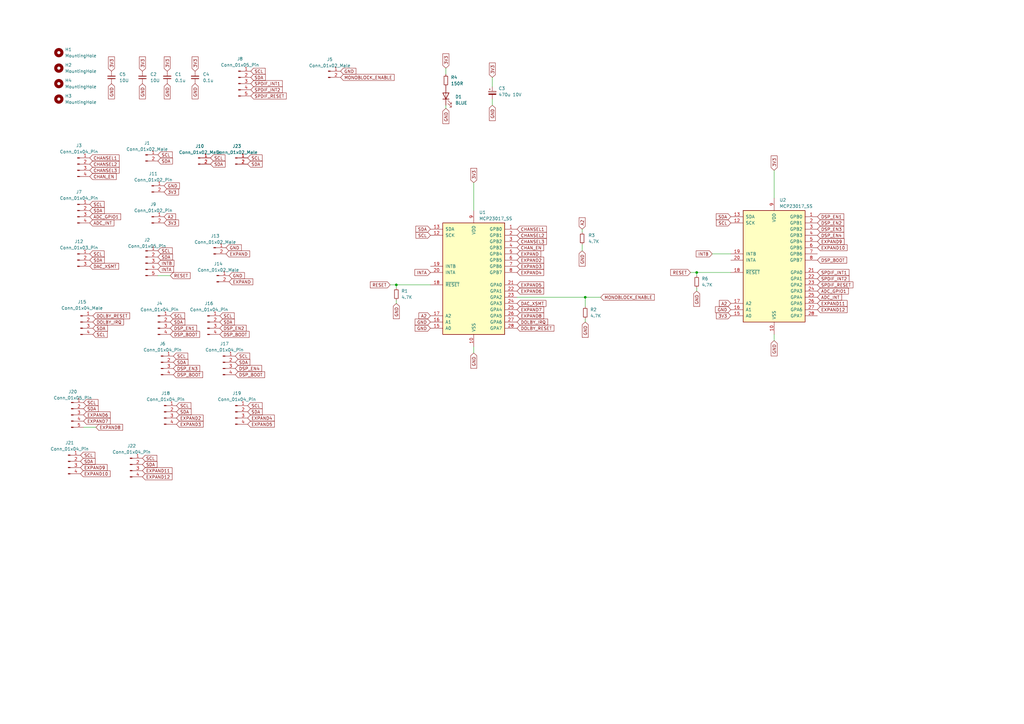
<source format=kicad_sch>
(kicad_sch (version 20231120) (generator "eeschema") (generator_version "8.0")
  (paper "A3")
  (lib_symbols
    (symbol "Connector:Conn_01x02_Male" (pin_names (offset 1.016) hide)
      (property "Reference" "J" (at 0 2.54 0))
      (property "Value" "Conn_01x02_Male" (at 0 -5.08 0))
      (symbol "Conn_01x02_Male_1_1"
        (polyline (pts (xy 1.27 -2.54) (xy 0.8636 -2.54)) (stroke (width 0.1524)))
        (polyline (pts (xy 1.27 0) (xy 0.8636 0)) (stroke (width 0.1524)))
        (rectangle (start 0.8636 -2.413) (end 0 -2.667) (stroke (width 0.1524)) (fill (type outline)))
        (rectangle (start 0.8636 0.127) (end 0 -0.127) (stroke (width 0.1524)) (fill (type outline)))
        (pin passive line (at 5.08 0 180) (length 3.81) (name "Pin_1") (number "1"))
        (pin passive line (at 5.08 -2.54 180) (length 3.81) (name "Pin_2") (number "2"))
      )
    )
    (symbol "Connector:Conn_01x02_Pin" (pin_names (offset 1.016) hide)
      (property "Reference" "J" (at 0 2.54 0))
      (property "Value" "Conn_01x02_Pin" (at 0 -5.08 0))
      (symbol "Conn_01x02_Pin_1_1"
        (polyline (pts (xy 1.27 -2.54) (xy 0.8636 -2.54)) (stroke (width 0.1524)))
        (polyline (pts (xy 1.27 0) (xy 0.8636 0)) (stroke (width 0.1524)))
        (rectangle (start 0.8636 -2.413) (end 0 -2.667) (stroke (width 0.1524)) (fill (type outline)))
        (rectangle (start 0.8636 0.127) (end 0 -0.127) (stroke (width 0.1524)) (fill (type outline)))
        (pin passive line (at 5.08 0 180) (length 3.81) (name "Pin_1") (number "1"))
        (pin passive line (at 5.08 -2.54 180) (length 3.81) (name "Pin_2") (number "2"))
      )
    )
    (symbol "Connector:Conn_01x03_Pin" (pin_names (offset 1.016) hide)
      (property "Reference" "J" (at 0 5.08 0))
      (property "Value" "Conn_01x03_Pin" (at 0 -5.08 0))
      (symbol "Conn_01x03_Pin_1_1"
        (polyline (pts (xy 1.27 -2.54) (xy 0.8636 -2.54)) (stroke (width 0.1524)))
        (polyline (pts (xy 1.27 0) (xy 0.8636 0)) (stroke (width 0.1524)))
        (polyline (pts (xy 1.27 2.54) (xy 0.8636 2.54)) (stroke (width 0.1524)))
        (rectangle (start 0.8636 -2.413) (end 0 -2.667) (stroke (width 0.1524)) (fill (type outline)))
        (rectangle (start 0.8636 0.127) (end 0 -0.127) (stroke (width 0.1524)) (fill (type outline)))
        (rectangle (start 0.8636 2.667) (end 0 2.413) (stroke (width 0.1524)) (fill (type outline)))
        (pin passive line (at 5.08 2.54 180) (length 3.81) (name "Pin_1") (number "1"))
        (pin passive line (at 5.08 0 180) (length 3.81) (name "Pin_2") (number "2"))
        (pin passive line (at 5.08 -2.54 180) (length 3.81) (name "Pin_3") (number "3"))
      )
    )
    (symbol "Connector:Conn_01x04_Male" (pin_names (offset 1.016) hide)
      (property "Reference" "J" (at 0 5.08 0))
      (property "Value" "Conn_01x04_Male" (at 0 -7.62 0))
      (symbol "Conn_01x04_Male_1_1"
        (polyline (pts (xy 1.27 -5.08) (xy 0.8636 -5.08)) (stroke (width 0.1524)))
        (polyline (pts (xy 1.27 -2.54) (xy 0.8636 -2.54)) (stroke (width 0.1524)))
        (polyline (pts (xy 1.27 0) (xy 0.8636 0)) (stroke (width 0.1524)))
        (polyline (pts (xy 1.27 2.54) (xy 0.8636 2.54)) (stroke (width 0.1524)))
        (rectangle (start 0.8636 -4.953) (end 0 -5.207) (stroke (width 0.1524)) (fill (type outline)))
        (rectangle (start 0.8636 -2.413) (end 0 -2.667) (stroke (width 0.1524)) (fill (type outline)))
        (rectangle (start 0.8636 0.127) (end 0 -0.127) (stroke (width 0.1524)) (fill (type outline)))
        (rectangle (start 0.8636 2.667) (end 0 2.413) (stroke (width 0.1524)) (fill (type outline)))
        (pin passive line (at 5.08 2.54 180) (length 3.81) (name "Pin_1") (number "1"))
        (pin passive line (at 5.08 0 180) (length 3.81) (name "Pin_2") (number "2"))
        (pin passive line (at 5.08 -2.54 180) (length 3.81) (name "Pin_3") (number "3"))
        (pin passive line (at 5.08 -5.08 180) (length 3.81) (name "Pin_4") (number "4"))
      )
    )
    (symbol "Connector:Conn_01x04_Pin" (pin_names (offset 1.016) hide)
      (property "Reference" "J" (at 0 5.08 0))
      (property "Value" "Conn_01x04_Pin" (at 0 -7.62 0))
      (symbol "Conn_01x04_Pin_1_1"
        (polyline (pts (xy 1.27 -5.08) (xy 0.8636 -5.08)) (stroke (width 0.1524)))
        (polyline (pts (xy 1.27 -2.54) (xy 0.8636 -2.54)) (stroke (width 0.1524)))
        (polyline (pts (xy 1.27 0) (xy 0.8636 0)) (stroke (width 0.1524)))
        (polyline (pts (xy 1.27 2.54) (xy 0.8636 2.54)) (stroke (width 0.1524)))
        (rectangle (start 0.8636 -4.953) (end 0 -5.207) (stroke (width 0.1524)) (fill (type outline)))
        (rectangle (start 0.8636 -2.413) (end 0 -2.667) (stroke (width 0.1524)) (fill (type outline)))
        (rectangle (start 0.8636 0.127) (end 0 -0.127) (stroke (width 0.1524)) (fill (type outline)))
        (rectangle (start 0.8636 2.667) (end 0 2.413) (stroke (width 0.1524)) (fill (type outline)))
        (pin passive line (at 5.08 2.54 180) (length 3.81) (name "Pin_1") (number "1"))
        (pin passive line (at 5.08 0 180) (length 3.81) (name "Pin_2") (number "2"))
        (pin passive line (at 5.08 -2.54 180) (length 3.81) (name "Pin_3") (number "3"))
        (pin passive line (at 5.08 -5.08 180) (length 3.81) (name "Pin_4") (number "4"))
      )
    )
    (symbol "Connector:Conn_01x05_Pin" (pin_names (offset 1.016) hide)
      (property "Reference" "J" (at 0 7.62 0))
      (property "Value" "Conn_01x05_Pin" (at 0 -7.62 0))
      (symbol "Conn_01x05_Pin_1_1"
        (polyline (pts (xy 1.27 -5.08) (xy 0.8636 -5.08)) (stroke (width 0.1524)))
        (polyline (pts (xy 1.27 -2.54) (xy 0.8636 -2.54)) (stroke (width 0.1524)))
        (polyline (pts (xy 1.27 0) (xy 0.8636 0)) (stroke (width 0.1524)))
        (polyline (pts (xy 1.27 2.54) (xy 0.8636 2.54)) (stroke (width 0.1524)))
        (polyline (pts (xy 1.27 5.08) (xy 0.8636 5.08)) (stroke (width 0.1524)))
        (rectangle (start 0.8636 -4.953) (end 0 -5.207) (stroke (width 0.1524)) (fill (type outline)))
        (rectangle (start 0.8636 -2.413) (end 0 -2.667) (stroke (width 0.1524)) (fill (type outline)))
        (rectangle (start 0.8636 0.127) (end 0 -0.127) (stroke (width 0.1524)) (fill (type outline)))
        (rectangle (start 0.8636 2.667) (end 0 2.413) (stroke (width 0.1524)) (fill (type outline)))
        (rectangle (start 0.8636 5.207) (end 0 4.953) (stroke (width 0.1524)) (fill (type outline)))
        (pin passive line (at 5.08 5.08 180) (length 3.81) (name "Pin_1") (number "1"))
        (pin passive line (at 5.08 2.54 180) (length 3.81) (name "Pin_2") (number "2"))
        (pin passive line (at 5.08 0 180) (length 3.81) (name "Pin_3") (number "3"))
        (pin passive line (at 5.08 -2.54 180) (length 3.81) (name "Pin_4") (number "4"))
        (pin passive line (at 5.08 -5.08 180) (length 3.81) (name "Pin_5") (number "5"))
      )
    )
    (symbol "Device:C_Polarized_Small" (pin_numbers hide) (pin_names (offset 0.254) hide)
      (property "Reference" "C" (at 0.254 1.778 0))
      (property "Value" "C_Polarized_Small" (at 0.254 -2.032 0))
      (symbol "C_Polarized_Small_0_1"
        (rectangle (start -1.524 -0.3048) (end 1.524 -0.6858) (fill (type outline)))
        (rectangle (start -1.524 0.6858) (end 1.524 0.3048))
        (polyline (pts (xy -1.27 1.524) (xy -0.762 1.524)))
        (polyline (pts (xy -1.016 1.27) (xy -1.016 1.778)))
      )
      (symbol "C_Polarized_Small_1_1"
        (pin passive line (at 0 2.54 270) (length 1.8542) (name "~") (number "1"))
        (pin passive line (at 0 -2.54 90) (length 1.8542) (name "~") (number "2"))
      )
    )
    (symbol "Device:C_Small" (pin_numbers hide) (pin_names (offset 0.254) hide)
      (property "Reference" "C" (at 0.254 1.778 0))
      (property "Value" "C_Small" (at 0.254 -2.032 0))
      (symbol "C_Small_0_1"
        (polyline (pts (xy -1.524 -0.508) (xy 1.524 -0.508)) (stroke (width 0.3302)))
        (polyline (pts (xy -1.524 0.508) (xy 1.524 0.508)) (stroke (width 0.3048)))
      )
      (symbol "C_Small_1_1"
        (pin passive line (at 0 2.54 270) (length 2.032) (name "~") (number "1"))
        (pin passive line (at 0 -2.54 90) (length 2.032) (name "~") (number "2"))
      )
    )
    (symbol "Device:LED" (pin_numbers hide) (pin_names (offset 1.016) hide)
      (property "Reference" "D" (at 0 2.54 0))
      (property "Value" "LED" (at 0 -2.54 0))
      (symbol "LED_0_1"
        (polyline (pts (xy -1.27 -1.27) (xy -1.27 1.27)) (stroke (width 0.254)))
        (polyline (pts (xy -1.27 0) (xy 1.27 0)))
        (polyline (pts (xy 1.27 -1.27) (xy 1.27 1.27) (xy -1.27 0) (xy 1.27 -1.27)) (stroke (width 0.254)))
        (polyline (pts (xy -3.048 -0.762) (xy -4.572 -2.286) (xy -3.81 -2.286) (xy -4.572 -2.286) (xy -4.572 -1.524)))
        (polyline (pts (xy -1.778 -0.762) (xy -3.302 -2.286) (xy -2.54 -2.286) (xy -3.302 -2.286) (xy -3.302 -1.524)))
      )
      (symbol "LED_1_1"
        (pin passive line (at -3.81 0 0) (length 2.54) (name "K") (number "1"))
        (pin passive line (at 3.81 0 180) (length 2.54) (name "A") (number "2"))
      )
    )
    (symbol "Device:R_Small" (pin_numbers hide) (pin_names (offset 0.254) hide)
      (property "Reference" "R" (at 0.762 0.508 0))
      (property "Value" "R_Small" (at 0.762 -1.016 0))
      (symbol "R_Small_0_1"
        (rectangle (start -0.762 1.778) (end 0.762 -1.778) (stroke (width 0.2032)))
      )
      (symbol "R_Small_1_1"
        (pin passive line (at 0 2.54 270) (length 0.762) (name "~") (number "1"))
        (pin passive line (at 0 -2.54 90) (length 0.762) (name "~") (number "2"))
      )
    )
    (symbol "Interface_Expansion:MCP23017_SS" (pin_names (offset 1.016))
      (property "Reference" "U" (at -11.43 24.13 0))
      (property "Value" "MCP23017_SS" (at 0 0 0))
      (symbol "MCP23017_SS_0_1"
        (rectangle (start -12.7 22.86) (end 12.7 -22.86) (stroke (width 0.254)) (fill (type background)))
      )
      (symbol "MCP23017_SS_1_1"
        (pin bidirectional line (at 17.78 20.32 180) (length 5.08) (name "GPB0") (number "1"))
        (pin power_in line (at 0 -27.94 90) (length 5.08) (name "VSS") (number "10"))
        (pin no_connect line (at -12.7 15.24 0) (length 5.08) hide (name "NC") (number "11"))
        (pin input line (at -17.78 17.78 0) (length 5.08) (name "SCK") (number "12"))
        (pin bidirectional line (at -17.78 20.32 0) (length 5.08) (name "SDA") (number "13"))
        (pin no_connect line (at -12.7 12.7 0) (length 5.08) hide (name "NC") (number "14"))
        (pin input line (at -17.78 -20.32 0) (length 5.08) (name "A0") (number "15"))
        (pin input line (at -17.78 -17.78 0) (length 5.08) (name "A1") (number "16"))
        (pin input line (at -17.78 -15.24 0) (length 5.08) (name "A2") (number "17"))
        (pin input line (at -17.78 -2.54 0) (length 5.08) (name "~{RESET}") (number "18"))
        (pin tri_state line (at -17.78 5.08 0) (length 5.08) (name "INTB") (number "19"))
        (pin bidirectional line (at 17.78 17.78 180) (length 5.08) (name "GPB1") (number "2"))
        (pin tri_state line (at -17.78 2.54 0) (length 5.08) (name "INTA") (number "20"))
        (pin bidirectional line (at 17.78 -2.54 180) (length 5.08) (name "GPA0") (number "21"))
        (pin bidirectional line (at 17.78 -5.08 180) (length 5.08) (name "GPA1") (number "22"))
        (pin bidirectional line (at 17.78 -7.62 180) (length 5.08) (name "GPA2") (number "23"))
        (pin bidirectional line (at 17.78 -10.16 180) (length 5.08) (name "GPA3") (number "24"))
        (pin bidirectional line (at 17.78 -12.7 180) (length 5.08) (name "GPA4") (number "25"))
        (pin bidirectional line (at 17.78 -15.24 180) (length 5.08) (name "GPA5") (number "26"))
        (pin bidirectional line (at 17.78 -17.78 180) (length 5.08) (name "GPA6") (number "27"))
        (pin bidirectional line (at 17.78 -20.32 180) (length 5.08) (name "GPA7") (number "28"))
        (pin bidirectional line (at 17.78 15.24 180) (length 5.08) (name "GPB2") (number "3"))
        (pin bidirectional line (at 17.78 12.7 180) (length 5.08) (name "GPB3") (number "4"))
        (pin bidirectional line (at 17.78 10.16 180) (length 5.08) (name "GPB4") (number "5"))
        (pin bidirectional line (at 17.78 7.62 180) (length 5.08) (name "GPB5") (number "6"))
        (pin bidirectional line (at 17.78 5.08 180) (length 5.08) (name "GPB6") (number "7"))
        (pin bidirectional line (at 17.78 2.54 180) (length 5.08) (name "GPB7") (number "8"))
        (pin power_in line (at 0 27.94 270) (length 5.08) (name "VDD") (number "9"))
      )
    )
    (symbol "Mechanical:MountingHole" (pin_names (offset 1.016))
      (property "Reference" "H" (at 0 5.08 0))
      (property "Value" "MountingHole" (at 0 3.175 0))
      (symbol "MountingHole_0_1"
        (circle (center 0 0) (radius 1.27) (stroke (width 1.27)))
      )
    )
  )
  (junction (at 285.75 111.76))
  (junction (at 240.03 121.92))
  (junction (at 162.56 116.84))
  (wire (pts (xy 194.31 144.78) (xy 194.31 142.24)))
  (wire (pts (xy 238.76 100.33) (xy 238.76 102.87)))
  (wire (pts (xy 283.21 111.76) (xy 285.75 111.76)))
  (wire (pts (xy 212.09 121.92) (xy 240.03 121.92)))
  (wire (pts (xy 285.75 113.03) (xy 285.75 111.76)))
  (wire (pts (xy 317.5 139.7) (xy 317.5 137.16)))
  (wire (pts (xy 64.77 113.03) (xy 69.85 113.03)))
  (wire (pts (xy 201.93 43.18) (xy 201.93 40.64)))
  (wire (pts (xy 162.56 116.84) (xy 176.53 116.84)))
  (wire (pts (xy 34.29 175.26) (xy 39.37 175.26)))
  (wire (pts (xy 285.75 119.38) (xy 285.75 118.11)))
  (wire (pts (xy 292.1 104.14) (xy 299.72 104.14)))
  (wire (pts (xy 162.56 124.46) (xy 162.56 123.19)))
  (wire (pts (xy 182.88 44.45) (xy 182.88 43.18)))
  (wire (pts (xy 240.03 125.73) (xy 240.03 121.92)))
  (wire (pts (xy 238.76 93.98) (xy 238.76 95.25)))
  (wire (pts (xy 162.56 118.11) (xy 162.56 116.84)))
  (wire (pts (xy 285.75 111.76) (xy 299.72 111.76)))
  (wire (pts (xy 201.93 31.75) (xy 201.93 35.56)))
  (wire (pts (xy 160.02 116.84) (xy 162.56 116.84)))
  (wire (pts (xy 194.31 74.93) (xy 194.31 86.36)))
  (wire (pts (xy 240.03 132.08) (xy 240.03 130.81)))
  (wire (pts (xy 317.5 69.85) (xy 317.5 81.28)))
  (wire (pts (xy 240.03 121.92) (xy 246.38 121.92)))
  (wire (pts (xy 182.88 27.94) (xy 182.88 30.48)))
  (global_label "EXPAND" (shape input) (at 93.98 115.57 0) (property "Intersheetrefs" "${INTERSHEET_REFS}" (effects (hide yes))))
  (global_label "EXPAND" (shape input) (at 92.71 104.14 0) (property "Intersheetrefs" "${INTERSHEET_REFS}" (effects (hide yes))))
  (global_label "GND" (shape input) (at 58.42 34.29 270) (property "Intersheetrefs" "${INTERSHEET_REFS}" (effects (hide yes))))
  (global_label "SDA" (shape input) (at 58.42 190.5 0) (property "Intersheetrefs" "${INTERSHEET_REFS}" (effects (hide yes))))
  (global_label "INTB" (shape input) (at 292.1 104.14 180) (property "Intersheetrefs" "${INTERSHEET_REFS}" (effects (hide yes))))
  (global_label "3V3" (shape input) (at 182.88 27.94 90) (property "Intersheetrefs" "${INTERSHEET_REFS}" (effects (hide yes))))
  (global_label "SDA" (shape input) (at 34.29 167.64 0) (property "Intersheetrefs" "${INTERSHEET_REFS}" (effects (hide yes))))
  (global_label "RESET" (shape input) (at 69.85 113.03 0) (property "Intersheetrefs" "${INTERSHEET_REFS}" (effects (hide yes))))
  (global_label "A2" (shape input) (at 299.72 124.46 180) (property "Intersheetrefs" "${INTERSHEET_REFS}" (effects (hide yes))))
  (global_label "SPDIF_RESET" (shape input) (at 102.87 39.37 0) (property "Intersheetrefs" "${INTERSHEET_REFS}" (effects (hide yes))))
  (global_label "SCL" (shape input) (at 33.02 186.69 0) (property "Intersheetrefs" "${INTERSHEET_REFS}" (effects (hide yes))))
  (global_label "DSP_EN3" (shape input) (at 71.12 151.13 0) (property "Intersheetrefs" "${INTERSHEET_REFS}" (effects (hide yes))))
  (global_label "DSP_EN3" (shape input) (at 335.28 93.98 0) (property "Intersheetrefs" "${INTERSHEET_REFS}" (effects (hide yes))))
  (global_label "EXPAND9" (shape input) (at 33.02 191.77 0) (property "Intersheetrefs" "${INTERSHEET_REFS}" (effects (hide yes))))
  (global_label "SCL" (shape input) (at 102.87 29.21 0) (property "Intersheetrefs" "${INTERSHEET_REFS}" (effects (hide yes))))
  (global_label "GND" (shape input) (at 176.53 134.62 180) (property "Intersheetrefs" "${INTERSHEET_REFS}" (effects (hide yes))))
  (global_label "MONOBLOCK_ENABLE" (shape input) (at 139.7 31.75 0) (property "Intersheetrefs" "${INTERSHEET_REFS}" (effects (hide yes))))
  (global_label "DSP_EN1" (shape input) (at 69.85 134.62 0) (property "Intersheetrefs" "${INTERSHEET_REFS}" (effects (hide yes))))
  (global_label "SDA" (shape input) (at 96.52 148.59 0) (property "Intersheetrefs" "${INTERSHEET_REFS}" (effects (hide yes))))
  (global_label "SDA" (shape input) (at 36.83 106.68 0) (property "Intersheetrefs" "${INTERSHEET_REFS}" (effects (hide yes))))
  (global_label "DOLBY_IRQ" (shape input) (at 38.1 132.08 0) (property "Intersheetrefs" "${INTERSHEET_REFS}" (effects (hide yes))))
  (global_label "EXPAND8" (shape input) (at 39.37 175.26 0) (property "Intersheetrefs" "${INTERSHEET_REFS}" (effects (hide yes))))
  (global_label "SPDIF_INT1" (shape input) (at 335.28 111.76 0) (property "Intersheetrefs" "${INTERSHEET_REFS}" (effects (hide yes))))
  (global_label "EXPAND3" (shape input) (at 72.39 173.99 0) (property "Intersheetrefs" "${INTERSHEET_REFS}" (effects (hide yes))))
  (global_label "EXPAND9" (shape input) (at 335.28 99.06 0) (property "Intersheetrefs" "${INTERSHEET_REFS}" (effects (hide yes))))
  (global_label "ADC_GPIO1" (shape input) (at 36.83 88.9 0) (property "Intersheetrefs" "${INTERSHEET_REFS}" (effects (hide yes))))
  (global_label "SDA" (shape input) (at 71.12 148.59 0) (property "Intersheetrefs" "${INTERSHEET_REFS}" (effects (hide yes))))
  (global_label "EXPAND10" (shape input) (at 335.28 101.6 0) (property "Intersheetrefs" "${INTERSHEET_REFS}" (effects (hide yes))))
  (global_label "A2" (shape input) (at 176.53 129.54 180) (property "Intersheetrefs" "${INTERSHEET_REFS}" (effects (hide yes))))
  (global_label "CHANSEL1" (shape input) (at 36.83 64.77 0) (property "Intersheetrefs" "${INTERSHEET_REFS}" (effects (hide yes))))
  (global_label "SCL" (shape input) (at 72.39 166.37 0) (property "Intersheetrefs" "${INTERSHEET_REFS}" (effects (hide yes))))
  (global_label "GND" (shape input) (at 162.56 124.46 270) (property "Intersheetrefs" "${INTERSHEET_REFS}" (effects (hide yes))))
  (global_label "CHANSEL2" (shape input) (at 36.83 67.31 0) (property "Intersheetrefs" "${INTERSHEET_REFS}" (effects (hide yes))))
  (global_label "MONOBLOCK_ENABLE" (shape input) (at 246.38 121.92 0) (property "Intersheetrefs" "${INTERSHEET_REFS}" (effects (hide yes))))
  (global_label "SDA" (shape input) (at 102.87 31.75 0) (property "Intersheetrefs" "${INTERSHEET_REFS}" (effects (hide yes))))
  (global_label "GND" (shape input) (at 67.31 76.2 0) (property "Intersheetrefs" "${INTERSHEET_REFS}" (effects (hide yes))))
  (global_label "GND" (shape input) (at 45.72 34.29 270) (property "Intersheetrefs" "${INTERSHEET_REFS}" (effects (hide yes))))
  (global_label "3V3" (shape input) (at 80.01 29.21 90) (property "Intersheetrefs" "${INTERSHEET_REFS}" (effects (hide yes))))
  (global_label "DSP_EN2" (shape input) (at 90.17 134.62 0) (property "Intersheetrefs" "${INTERSHEET_REFS}" (effects (hide yes))))
  (global_label "SCL" (shape input) (at 64.77 63.5 0) (property "Intersheetrefs" "${INTERSHEET_REFS}" (effects (hide yes))))
  (global_label "GND" (shape input) (at 201.93 43.18 270) (property "Intersheetrefs" "${INTERSHEET_REFS}" (effects (hide yes))))
  (global_label "GND" (shape input) (at 194.31 144.78 270) (property "Intersheetrefs" "${INTERSHEET_REFS}" (effects (hide yes))))
  (global_label "ADC_GPIO1" (shape input) (at 335.28 119.38 0) (property "Intersheetrefs" "${INTERSHEET_REFS}" (effects (hide yes))))
  (global_label "EXPAND4" (shape input) (at 212.09 111.76 0) (property "Intersheetrefs" "${INTERSHEET_REFS}" (effects (hide yes))))
  (global_label "DSP_EN1" (shape input) (at 335.28 88.9 0) (property "Intersheetrefs" "${INTERSHEET_REFS}" (effects (hide yes))))
  (global_label "GND" (shape input) (at 240.03 132.08 270) (property "Intersheetrefs" "${INTERSHEET_REFS}" (effects (hide yes))))
  (global_label "GND" (shape input) (at 80.01 34.29 270) (property "Intersheetrefs" "${INTERSHEET_REFS}" (effects (hide yes))))
  (global_label "SDA" (shape input) (at 299.72 88.9 180) (property "Intersheetrefs" "${INTERSHEET_REFS}" (effects (hide yes))))
  (global_label "INTA" (shape input) (at 176.53 111.76 180) (property "Intersheetrefs" "${INTERSHEET_REFS}" (effects (hide yes))))
  (global_label "SCL" (shape input) (at 58.42 187.96 0) (property "Intersheetrefs" "${INTERSHEET_REFS}" (effects (hide yes))))
  (global_label "GND" (shape input) (at 238.76 102.87 270) (property "Intersheetrefs" "${INTERSHEET_REFS}" (effects (hide yes))))
  (global_label "SDA" (shape input) (at 176.53 93.98 180) (property "Intersheetrefs" "${INTERSHEET_REFS}" (effects (hide yes))))
  (global_label "SDA" (shape input) (at 72.39 168.91 0) (property "Intersheetrefs" "${INTERSHEET_REFS}" (effects (hide yes))))
  (global_label "3V3" (shape input) (at 194.31 74.93 90) (property "Intersheetrefs" "${INTERSHEET_REFS}" (effects (hide yes))))
  (global_label "CHANSEL2" (shape input) (at 212.09 96.52 0) (property "Intersheetrefs" "${INTERSHEET_REFS}" (effects (hide yes))))
  (global_label "EXPAND2" (shape input) (at 72.39 171.45 0) (property "Intersheetrefs" "${INTERSHEET_REFS}" (effects (hide yes))))
  (global_label "EXPAND3" (shape input) (at 212.09 109.22 0) (property "Intersheetrefs" "${INTERSHEET_REFS}" (effects (hide yes))))
  (global_label "SPDIF_INT1" (shape input) (at 102.87 34.29 0) (property "Intersheetrefs" "${INTERSHEET_REFS}" (effects (hide yes))))
  (global_label "GND" (shape input) (at 139.7 29.21 0) (property "Intersheetrefs" "${INTERSHEET_REFS}" (effects (hide yes))))
  (global_label "ADC_INT" (shape input) (at 36.83 91.44 0) (property "Intersheetrefs" "${INTERSHEET_REFS}" (effects (hide yes))))
  (global_label "3V3" (shape input) (at 299.72 129.54 180) (property "Intersheetrefs" "${INTERSHEET_REFS}" (effects (hide yes))))
  (global_label "EXPAND11" (shape input) (at 58.42 193.04 0) (property "Intersheetrefs" "${INTERSHEET_REFS}" (effects (hide yes))))
  (global_label "EXPAND6" (shape input) (at 34.29 170.18 0) (property "Intersheetrefs" "${INTERSHEET_REFS}" (effects (hide yes))))
  (global_label "RESET" (shape input) (at 283.21 111.76 180) (property "Intersheetrefs" "${INTERSHEET_REFS}" (effects (hide yes))))
  (global_label "DSP_EN4" (shape input) (at 96.52 151.13 0) (property "Intersheetrefs" "${INTERSHEET_REFS}" (effects (hide yes))))
  (global_label "SDA" (shape input) (at 33.02 189.23 0) (property "Intersheetrefs" "${INTERSHEET_REFS}" (effects (hide yes))))
  (global_label "SDA" (shape input) (at 38.1 134.62 0) (property "Intersheetrefs" "${INTERSHEET_REFS}" (effects (hide yes))))
  (global_label "SDA" (shape input) (at 86.36 67.31 0) (property "Intersheetrefs" "${INTERSHEET_REFS}" (effects (hide yes))))
  (global_label "SCL" (shape input) (at 38.1 137.16 0) (property "Intersheetrefs" "${INTERSHEET_REFS}" (effects (hide yes))))
  (global_label "GND" (shape input) (at 299.72 127 180) (property "Intersheetrefs" "${INTERSHEET_REFS}" (effects (hide yes))))
  (global_label "DAC_XSMT" (shape input) (at 36.83 109.22 0) (property "Intersheetrefs" "${INTERSHEET_REFS}" (effects (hide yes))))
  (global_label "DSP_BOOT" (shape input) (at 96.52 153.67 0) (property "Intersheetrefs" "${INTERSHEET_REFS}" (effects (hide yes))))
  (global_label "EXPAND12" (shape input) (at 335.28 127 0) (property "Intersheetrefs" "${INTERSHEET_REFS}" (effects (hide yes))))
  (global_label "3V3" (shape input) (at 58.42 29.21 90) (property "Intersheetrefs" "${INTERSHEET_REFS}" (effects (hide yes))))
  (global_label "GND" (shape input) (at 92.71 101.6 0) (property "Intersheetrefs" "${INTERSHEET_REFS}" (effects (hide yes))))
  (global_label "EXPAND10" (shape input) (at 33.02 194.31 0) (property "Intersheetrefs" "${INTERSHEET_REFS}" (effects (hide yes))))
  (global_label "EXPAND2" (shape input) (at 212.09 106.68 0) (property "Intersheetrefs" "${INTERSHEET_REFS}" (effects (hide yes))))
  (global_label "SDA" (shape input) (at 101.6 67.31 0) (property "Intersheetrefs" "${INTERSHEET_REFS}" (effects (hide yes))))
  (global_label "EXPAND12" (shape input) (at 58.42 195.58 0) (property "Intersheetrefs" "${INTERSHEET_REFS}" (effects (hide yes))))
  (global_label "SCL" (shape input) (at 36.83 104.14 0) (property "Intersheetrefs" "${INTERSHEET_REFS}" (effects (hide yes))))
  (global_label "SDA" (shape input) (at 64.77 105.41 0) (property "Intersheetrefs" "${INTERSHEET_REFS}" (effects (hide yes))))
  (global_label "SCL" (shape input) (at 176.53 96.52 180) (property "Intersheetrefs" "${INTERSHEET_REFS}" (effects (hide yes))))
  (global_label "EXPAND5" (shape input) (at 101.6 173.99 0) (property "Intersheetrefs" "${INTERSHEET_REFS}" (effects (hide yes))))
  (global_label "SCL" (shape input) (at 86.36 64.77 0) (property "Intersheetrefs" "${INTERSHEET_REFS}" (effects (hide yes))))
  (global_label "3V3" (shape input) (at 67.31 78.74 0) (property "Intersheetrefs" "${INTERSHEET_REFS}" (effects (hide yes))))
  (global_label "SCL" (shape input) (at 69.85 129.54 0) (property "Intersheetrefs" "${INTERSHEET_REFS}" (effects (hide yes))))
  (global_label "SCL" (shape input) (at 71.12 146.05 0) (property "Intersheetrefs" "${INTERSHEET_REFS}" (effects (hide yes))))
  (global_label "A2" (shape input) (at 238.76 93.98 90) (property "Intersheetrefs" "${INTERSHEET_REFS}" (effects (hide yes))))
  (global_label "3V3" (shape input) (at 317.5 69.85 90) (property "Intersheetrefs" "${INTERSHEET_REFS}" (effects (hide yes))))
  (global_label "GND" (shape input) (at 285.75 119.38 270) (property "Intersheetrefs" "${INTERSHEET_REFS}" (effects (hide yes))))
  (global_label "SPDIF_INT2" (shape input) (at 102.87 36.83 0) (property "Intersheetrefs" "${INTERSHEET_REFS}" (effects (hide yes))))
  (global_label "DAC_XSMT" (shape input) (at 212.09 124.46 0) (property "Intersheetrefs" "${INTERSHEET_REFS}" (effects (hide yes))))
  (global_label "3V3" (shape input) (at 45.72 29.21 90) (property "Intersheetrefs" "${INTERSHEET_REFS}" (effects (hide yes))))
  (global_label "SCL" (shape input) (at 90.17 129.54 0) (property "Intersheetrefs" "${INTERSHEET_REFS}" (effects (hide yes))))
  (global_label "SCL" (shape input) (at 101.6 64.77 0) (property "Intersheetrefs" "${INTERSHEET_REFS}" (effects (hide yes))))
  (global_label "DSP_EN2" (shape input) (at 335.28 91.44 0) (property "Intersheetrefs" "${INTERSHEET_REFS}" (effects (hide yes))))
  (global_label "ADC_INT" (shape input) (at 335.28 121.92 0) (property "Intersheetrefs" "${INTERSHEET_REFS}" (effects (hide yes))))
  (global_label "GND" (shape input) (at 68.58 34.29 270) (property "Intersheetrefs" "${INTERSHEET_REFS}" (effects (hide yes))))
  (global_label "DSP_BOOT" (shape input) (at 71.12 153.67 0) (property "Intersheetrefs" "${INTERSHEET_REFS}" (effects (hide yes))))
  (global_label "GND" (shape input) (at 317.5 139.7 270) (property "Intersheetrefs" "${INTERSHEET_REFS}" (effects (hide yes))))
  (global_label "SDA" (shape input) (at 36.83 86.36 0) (property "Intersheetrefs" "${INTERSHEET_REFS}" (effects (hide yes))))
  (global_label "3V3" (shape input) (at 67.31 91.44 0) (property "Intersheetrefs" "${INTERSHEET_REFS}" (effects (hide yes))))
  (global_label "SDA" (shape input) (at 101.6 168.91 0) (property "Intersheetrefs" "${INTERSHEET_REFS}" (effects (hide yes))))
  (global_label "DSP_BOOT" (shape input) (at 335.28 106.68 0) (property "Intersheetrefs" "${INTERSHEET_REFS}" (effects (hide yes))))
  (global_label "DOLBY_RESET" (shape input) (at 212.09 134.62 0) (property "Intersheetrefs" "${INTERSHEET_REFS}" (effects (hide yes))))
  (global_label "EXPAND7" (shape input) (at 34.29 172.72 0) (property "Intersheetrefs" "${INTERSHEET_REFS}" (effects (hide yes))))
  (global_label "EXPAND8" (shape input) (at 212.09 129.54 0) (property "Intersheetrefs" "${INTERSHEET_REFS}" (effects (hide yes))))
  (global_label "3V3" (shape input) (at 68.58 29.21 90) (property "Intersheetrefs" "${INTERSHEET_REFS}" (effects (hide yes))))
  (global_label "EXPAND" (shape input) (at 212.09 104.14 0) (property "Intersheetrefs" "${INTERSHEET_REFS}" (effects (hide yes))))
  (global_label "SCL" (shape input) (at 299.72 91.44 180) (property "Intersheetrefs" "${INTERSHEET_REFS}" (effects (hide yes))))
  (global_label "3V3" (shape input) (at 201.93 31.75 90) (property "Intersheetrefs" "${INTERSHEET_REFS}" (effects (hide yes))))
  (global_label "SPDIF_INT2" (shape input) (at 335.28 114.3 0) (property "Intersheetrefs" "${INTERSHEET_REFS}" (effects (hide yes))))
  (global_label "RESET" (shape input) (at 160.02 116.84 180) (property "Intersheetrefs" "${INTERSHEET_REFS}" (effects (hide yes))))
  (global_label "SDA" (shape input) (at 64.77 66.04 0) (property "Intersheetrefs" "${INTERSHEET_REFS}" (effects (hide yes))))
  (global_label "SPDIF_RESET" (shape input) (at 335.28 116.84 0) (property "Intersheetrefs" "${INTERSHEET_REFS}" (effects (hide yes))))
  (global_label "DOLBY_RESET" (shape input) (at 38.1 129.54 0) (property "Intersheetrefs" "${INTERSHEET_REFS}" (effects (hide yes))))
  (global_label "CHANSEL3" (shape input) (at 212.09 99.06 0) (property "Intersheetrefs" "${INTERSHEET_REFS}" (effects (hide yes))))
  (global_label "SCL" (shape input) (at 36.83 83.82 0) (property "Intersheetrefs" "${INTERSHEET_REFS}" (effects (hide yes))))
  (global_label "SCL" (shape input) (at 96.52 146.05 0) (property "Intersheetrefs" "${INTERSHEET_REFS}" (effects (hide yes))))
  (global_label "EXPAND7" (shape input) (at 212.09 127 0) (property "Intersheetrefs" "${INTERSHEET_REFS}" (effects (hide yes))))
  (global_label "EXPAND11" (shape input) (at 335.28 124.46 0) (property "Intersheetrefs" "${INTERSHEET_REFS}" (effects (hide yes))))
  (global_label "DSP_BOOT" (shape input) (at 69.85 137.16 0) (property "Intersheetrefs" "${INTERSHEET_REFS}" (effects (hide yes))))
  (global_label "SCL" (shape input) (at 34.29 165.1 0) (property "Intersheetrefs" "${INTERSHEET_REFS}" (effects (hide yes))))
  (global_label "EXPAND6" (shape input) (at 212.09 119.38 0) (property "Intersheetrefs" "${INTERSHEET_REFS}" (effects (hide yes))))
  (global_label "GND" (shape input) (at 182.88 44.45 270) (property "Intersheetrefs" "${INTERSHEET_REFS}" (effects (hide yes))))
  (global_label "CHANSEL3" (shape input) (at 36.83 69.85 0) (property "Intersheetrefs" "${INTERSHEET_REFS}" (effects (hide yes))))
  (global_label "CHANSEL1" (shape input) (at 212.09 93.98 0) (property "Intersheetrefs" "${INTERSHEET_REFS}" (effects (hide yes))))
  (global_label "SDA" (shape input) (at 90.17 132.08 0) (property "Intersheetrefs" "${INTERSHEET_REFS}" (effects (hide yes))))
  (global_label "DOLBY_IRQ" (shape input) (at 212.09 132.08 0) (property "Intersheetrefs" "${INTERSHEET_REFS}" (effects (hide yes))))
  (global_label "A2" (shape input) (at 67.31 88.9 0) (property "Intersheetrefs" "${INTERSHEET_REFS}" (effects (hide yes))))
  (global_label "EXPAND4" (shape input) (at 101.6 171.45 0) (property "Intersheetrefs" "${INTERSHEET_REFS}" (effects (hide yes))))
  (global_label "CHAN_EN" (shape input) (at 212.09 101.6 0) (property "Intersheetrefs" "${INTERSHEET_REFS}" (effects (hide yes))))
  (global_label "EXPAND5" (shape input) (at 212.09 116.84 0) (property "Intersheetrefs" "${INTERSHEET_REFS}" (effects (hide yes))))
  (global_label "INTB" (shape input) (at 64.77 107.95 0) (property "Intersheetrefs" "${INTERSHEET_REFS}" (effects (hide yes))))
  (global_label "CHAN_EN" (shape input) (at 36.83 72.39 0) (property "Intersheetrefs" "${INTERSHEET_REFS}" (effects (hide yes))))
  (global_label "SCL" (shape input) (at 101.6 166.37 0) (property "Intersheetrefs" "${INTERSHEET_REFS}" (effects (hide yes))))
  (global_label "SCL" (shape input) (at 64.77 102.87 0) (property "Intersheetrefs" "${INTERSHEET_REFS}" (effects (hide yes))))
  (global_label "GND" (shape input) (at 176.53 132.08 180) (property "Intersheetrefs" "${INTERSHEET_REFS}" (effects (hide yes))))
  (global_label "DSP_BOOT" (shape input) (at 90.17 137.16 0) (property "Intersheetrefs" "${INTERSHEET_REFS}" (effects (hide yes))))
  (global_label "DSP_EN4" (shape input) (at 335.28 96.52 0) (property "Intersheetrefs" "${INTERSHEET_REFS}" (effects (hide yes))))
  (global_label "SDA" (shape input) (at 69.85 132.08 0) (property "Intersheetrefs" "${INTERSHEET_REFS}" (effects (hide yes))))
  (global_label "INTA" (shape input) (at 64.77 110.49 0) (property "Intersheetrefs" "${INTERSHEET_REFS}" (effects (hide yes))))
  (global_label "GND" (shape input) (at 93.98 113.03 0) (property "Intersheetrefs" "${INTERSHEET_REFS}" (effects (hide yes))))
  (symbol (lib_id "Mechanical:MountingHole") (at 24.13 34.29 0) (unit 1)
    (property "Reference" "H4" (at 26.67 33.0199 0) (effects (justify left)))
    (property "Value" "MountingHole" (at 26.67 35.5599 0) (effects (justify left)))
    (property "Footprint" "MountingHole:MountingHole_3.2mm_M3_DIN965_Pad_TopOnly" (effects (hide yes)))
  )
  (symbol (lib_id "Interface_Expansion:MCP23017_SS") (at 194.31 114.3 0) (unit 1)
    (property "Reference" "U1" (at 196.5041 87.122 0) (effects (justify left)))
    (property "Value" "MCP23017_SS" (at 196.5041 89.662 0) (effects (justify left)))
    (property "Footprint" "Package_SO:SSOP-28_5.3x10.2mm_P0.65mm" (effects (hide yes)))
    (property "Datasheet" "http://ww1.microchip.com/downloads/en/DeviceDoc/20001952C.pdf" (effects (hide yes)))
    (property "Mouser" " 579-MCP23017-E/SS " (effects (hide yes)))
  )
  (symbol (lib_id "Connector:Conn_01x04_Pin") (at 27.94 189.23 0) (unit 1)
    (property "Reference" "J21" (at 28.575 181.61 0))
    (property "Value" "Conn_01x04_Pin" (at 28.575 184.15 0))
    (property "Footprint" "Connector_JST:JST_PH_B4B-PH-K_1x04_P2.00mm_Vertical" (effects (hide yes)))
    (property "Description" "Generic connector, single row, 01x04, script generated" (effects (hide yes)))
  )
  (symbol (lib_id "Connector:Conn_01x05_Pin") (at 97.79 34.29 0) (unit 1)
    (property "Reference" "J8" (at 98.425 24.13 0))
    (property "Value" "Conn_01x05_Pin" (at 98.425 26.67 0))
    (property "Footprint" "Connector_JST:JST_PH_B5B-PH-K_1x05_P2.00mm_Vertical" (effects (hide yes)))
    (property "Description" "Generic connector, single row, 01x05, script generated" (effects (hide yes)))
  )
  (symbol (lib_id "Connector:Conn_01x04_Pin") (at 85.09 132.08 0) (unit 1)
    (property "Reference" "J16" (at 85.725 124.46 0))
    (property "Value" "Conn_01x04_Pin" (at 85.725 127 0))
    (property "Footprint" "Connector_JST:JST_PH_B4B-PH-K_1x04_P2.00mm_Vertical" (effects (hide yes)))
    (property "Description" "Generic connector, single row, 01x04, script generated" (effects (hide yes)))
  )
  (symbol (lib_id "Connector:Conn_01x03_Pin") (at 31.75 106.68 0) (unit 1)
    (property "Reference" "J12" (at 32.385 99.06 0))
    (property "Value" "Conn_01x03_Pin" (at 32.385 101.6 0))
    (property "Footprint" "Connector_JST:JST_PH_B3B-PH-K_1x03_P2.00mm_Vertical" (effects (hide yes)))
    (property "Description" "Generic connector, single row, 01x03, script generated" (effects (hide yes)))
  )
  (symbol (lib_id "Device:R_Small") (at 238.76 97.79 0) (unit 1)
    (property "Reference" "R3" (at 241.3 96.5199 0) (effects (justify left)))
    (property "Value" "4.7K" (at 241.3 99.0599 0) (effects (justify left)))
    (property "Footprint" "Resistor_SMD:R_0603_1608Metric_Pad0.98x0.95mm_HandSolder" (effects (hide yes)))
  )
  (symbol (lib_id "Connector:Conn_01x02_Male") (at 134.62 29.21 0) (unit 1)
    (property "Reference" "J5" (at 135.255 24.384 0))
    (property "Value" "Conn_01x02_Male" (at 135.255 26.924 0))
    (property "Footprint" "Connector_JST:JST_PH_B2B-PH-K_1x02_P2.00mm_Vertical" (effects (hide yes)))
  )
  (symbol (lib_id "Connector:Conn_01x04_Pin") (at 96.52 168.91 0) (unit 1)
    (property "Reference" "J19" (at 97.155 161.29 0))
    (property "Value" "Conn_01x04_Pin" (at 97.155 163.83 0))
    (property "Footprint" "Connector_JST:JST_PH_B4B-PH-K_1x04_P2.00mm_Vertical" (effects (hide yes)))
    (property "Description" "Generic connector, single row, 01x04, script generated" (effects (hide yes)))
  )
  (symbol (lib_id "Connector:Conn_01x04_Pin") (at 31.75 86.36 0) (unit 1)
    (property "Reference" "J7" (at 32.385 78.74 0))
    (property "Value" "Conn_01x04_Pin" (at 32.385 81.28 0))
    (property "Footprint" "Connector_JST:JST_PH_B4B-PH-K_1x04_P2.00mm_Vertical" (effects (hide yes)))
    (property "Description" "Generic connector, single row, 01x04, script generated" (effects (hide yes)))
  )
  (symbol (lib_id "Connector:Conn_01x04_Pin") (at 31.75 67.31 0) (unit 1)
    (property "Reference" "J3" (at 32.385 59.69 0))
    (property "Value" "Conn_01x04_Pin" (at 32.385 62.23 0))
    (property "Footprint" "Connector_JST:JST_PH_B4B-PH-K_1x04_P2.00mm_Vertical" (effects (hide yes)))
    (property "Description" "Generic connector, single row, 01x04, script generated" (effects (hide yes)))
  )
  (symbol (lib_id "Device:C_Small") (at 68.58 31.75 180) (unit 1)
    (property "Reference" "C1" (at 71.755 30.4736 0) (effects (justify right)))
    (property "Value" "0.1u" (at 71.755 33.0136 0) (effects (justify right)))
    (property "Footprint" "Capacitor_SMD:C_0805_2012Metric_Pad1.18x1.45mm_HandSolder" (effects (hide yes)))
  )
  (symbol (lib_id "Connector:Conn_01x02_Male") (at 59.69 63.5 0) (unit 1)
    (property "Reference" "J1" (at 60.325 58.674 0))
    (property "Value" "Conn_01x02_Male" (at 60.325 61.214 0))
    (property "Footprint" "Connector_JST:JST_PH_B2B-PH-K_1x02_P2.00mm_Vertical" (effects (hide yes)))
  )
  (symbol (lib_id "Connector:Conn_01x05_Pin") (at 29.21 170.18 0) (unit 1)
    (property "Reference" "J20" (at 29.845 160.655 0))
    (property "Value" "Conn_01x05_Pin" (at 29.845 163.195 0))
    (property "Footprint" "Connector_JST:JST_PH_B5B-PH-K_1x05_P2.00mm_Vertical" (effects (hide yes)))
  )
  (symbol (lib_id "Connector:Conn_01x02_Pin") (at 62.23 88.9 0) (unit 1)
    (property "Reference" "J9" (at 62.865 83.82 0))
    (property "Value" "Conn_01x02_Pin" (at 62.865 86.36 0))
    (property "Footprint" "Connector_PinHeader_2.54mm:PinHeader_1x02_P2.54mm_Vertical" (effects (hide yes)))
    (property "Description" "Generic connector, single row, 01x02, script generated" (effects (hide yes)))
  )
  (symbol (lib_id "Device:R_Small") (at 285.75 115.57 180) (unit 1)
    (property "Reference" "R6" (at 287.782 114.3 0) (effects (justify right)))
    (property "Value" "4.7K" (at 287.782 116.84 0) (effects (justify right)))
    (property "Footprint" "Resistor_SMD:R_0603_1608Metric_Pad0.98x0.95mm_HandSolder" (effects (hide yes)))
  )
  (symbol (lib_id "Connector:Conn_01x04_Pin") (at 64.77 132.08 0) (unit 1)
    (property "Reference" "J4" (at 65.405 124.46 0))
    (property "Value" "Conn_01x04_Pin" (at 65.405 127 0))
    (property "Footprint" "Connector_JST:JST_PH_B4B-PH-K_1x04_P2.00mm_Vertical" (effects (hide yes)))
    (property "Description" "Generic connector, single row, 01x04, script generated" (effects (hide yes)))
  )
  (symbol (lib_id "Connector:Conn_01x04_Pin") (at 53.34 190.5 0) (unit 1)
    (property "Reference" "J22" (at 53.975 182.88 0))
    (property "Value" "Conn_01x04_Pin" (at 53.975 185.42 0))
    (property "Footprint" "Connector_JST:JST_PH_B4B-PH-K_1x04_P2.00mm_Vertical" (effects (hide yes)))
    (property "Description" "Generic connector, single row, 01x04, script generated" (effects (hide yes)))
  )
  (symbol (lib_id "Connector:Conn_01x04_Pin") (at 66.04 148.59 0) (unit 1)
    (property "Reference" "J6" (at 66.675 140.97 0))
    (property "Value" "Conn_01x04_Pin" (at 66.675 143.51 0))
    (property "Footprint" "Connector_JST:JST_PH_B4B-PH-K_1x04_P2.00mm_Vertical" (effects (hide yes)))
    (property "Description" "Generic connector, single row, 01x04, script generated" (effects (hide yes)))
  )
  (symbol (lib_id "Connector:Conn_01x05_Pin") (at 59.69 107.95 0) (unit 1)
    (property "Reference" "J2" (at 60.325 98.425 0))
    (property "Value" "Conn_01x05_Pin" (at 60.325 100.965 0))
    (property "Footprint" "Connector_JST:JST_PH_B5B-PH-K_1x05_P2.00mm_Vertical" (effects (hide yes)))
  )
  (symbol (lib_id "Device:R_Small") (at 240.03 128.27 180) (unit 1)
    (property "Reference" "R2" (at 242.062 127 0) (effects (justify right)))
    (property "Value" "4.7K" (at 242.062 129.54 0) (effects (justify right)))
    (property "Footprint" "Resistor_SMD:R_0603_1608Metric_Pad0.98x0.95mm_HandSolder" (effects (hide yes)))
  )
  (symbol (lib_id "Mechanical:MountingHole") (at 24.13 27.94 0) (unit 1)
    (property "Reference" "H2" (at 26.67 26.6699 0) (effects (justify left)))
    (property "Value" "MountingHole" (at 26.67 29.2099 0) (effects (justify left)))
    (property "Footprint" "MountingHole:MountingHole_3.2mm_M3_DIN965_Pad_TopOnly" (effects (hide yes)))
  )
  (symbol (lib_id "Interface_Expansion:MCP23017_SS") (at 317.5 109.22 0) (unit 1)
    (property "Reference" "U2" (at 319.6941 82.042 0) (effects (justify left)))
    (property "Value" "MCP23017_SS" (at 319.6941 84.582 0) (effects (justify left)))
    (property "Footprint" "Package_SO:SSOP-28_5.3x10.2mm_P0.65mm" (effects (hide yes)))
    (property "Datasheet" "http://ww1.microchip.com/downloads/en/DeviceDoc/20001952C.pdf" (effects (hide yes)))
    (property "Mouser" " 579-MCP23017-E/SS " (effects (hide yes)))
  )
  (symbol (lib_id "Mechanical:MountingHole") (at 24.13 21.59 0) (unit 1)
    (property "Reference" "H1" (at 26.67 20.3199 0) (effects (justify left)))
    (property "Value" "MountingHole" (at 26.67 22.8599 0) (effects (justify left)))
    (property "Footprint" "MountingHole:MountingHole_3.2mm_M3_DIN965_Pad_TopOnly" (effects (hide yes)))
  )
  (symbol (lib_id "Connector:Conn_01x02_Male") (at 87.63 101.6 0) (unit 1)
    (property "Reference" "J13" (at 88.265 96.774 0))
    (property "Value" "Conn_01x02_Male" (at 88.265 99.314 0))
    (property "Footprint" "Connector_JST:JST_PH_B2B-PH-K_1x02_P2.00mm_Vertical" (effects (hide yes)))
  )
  (symbol (lib_id "Device:R_Small") (at 162.56 120.65 180) (unit 1)
    (property "Reference" "R1" (at 164.592 119.38 0) (effects (justify right)))
    (property "Value" "4.7K" (at 164.592 121.92 0) (effects (justify right)))
    (property "Footprint" "Resistor_SMD:R_0603_1608Metric_Pad0.98x0.95mm_HandSolder" (effects (hide yes)))
  )
  (symbol (lib_id "Device:R_Small") (at 182.88 33.02 180) (unit 1)
    (property "Reference" "R4" (at 184.912 31.75 0) (effects (justify right)))
    (property "Value" "150R" (at 184.912 34.29 0) (effects (justify right)))
    (property "Footprint" "Resistor_SMD:R_0603_1608Metric" (effects (hide yes)))
  )
  (symbol (lib_id "Connector:Conn_01x02_Male") (at 96.52 64.77 0) (unit 1)
    (property "Reference" "J23" (at 97.155 59.944 0))
    (property "Value" "Conn_01x02_Male" (at 97.155 62.484 0))
    (property "Footprint" "Connector_JST:JST_PH_B2B-PH-K_1x02_P2.00mm_Vertical" (effects (hide yes)))
  )
  (symbol (lib_id "Device:LED") (at 182.88 39.37 90) (unit 1)
    (property "Reference" "D1" (at 186.69 39.6874 90) (effects (justify right)))
    (property "Value" "BLUE" (at 186.69 42.2274 90) (effects (justify right)))
    (property "Footprint" "LED_SMD:LED_0603_1608Metric" (effects (hide yes)))
    (property "Description" "Light emitting diode" (effects (hide yes)))
  )
  (symbol (lib_id "Connector:Conn_01x02_Pin") (at 62.23 76.2 0) (unit 1)
    (property "Reference" "J11" (at 62.865 71.247 0))
    (property "Value" "Conn_01x02_Pin" (at 62.865 73.787 0))
    (property "Footprint" "Connector_JST:JST_PH_B2B-PH-K_1x02_P2.00mm_Vertical" (effects (hide yes)))
  )
  (symbol (lib_id "Device:C_Polarized_Small") (at 201.93 38.1 0) (unit 1)
    (property "Reference" "C3" (at 204.47 36.2838 0) (effects (justify left)))
    (property "Value" "470u 10V" (at 204.47 38.8238 0) (effects (justify left)))
    (property "Footprint" "Capacitor_THT:CP_Radial_D6.3mm_P2.50mm" (effects (hide yes)))
    (property "Description" "Polarized capacitor, small symbol" (effects (hide yes)))
  )
  (symbol (lib_id "Connector:Conn_01x04_Pin") (at 91.44 148.59 0) (unit 1)
    (property "Reference" "J17" (at 92.075 140.97 0))
    (property "Value" "Conn_01x04_Pin" (at 92.075 143.51 0))
    (property "Footprint" "Connector_JST:JST_PH_B4B-PH-K_1x04_P2.00mm_Vertical" (effects (hide yes)))
    (property "Description" "Generic connector, single row, 01x04, script generated" (effects (hide yes)))
  )
  (symbol (lib_id "Connector:Conn_01x02_Male") (at 81.28 64.77 0) (unit 1)
    (property "Reference" "J10" (at 81.915 59.944 0))
    (property "Value" "Conn_01x02_Male" (at 81.915 62.484 0))
    (property "Footprint" "Connector_JST:JST_PH_B2B-PH-K_1x02_P2.00mm_Vertical" (effects (hide yes)))
  )
  (symbol (lib_id "Device:C_Small") (at 45.72 31.75 180) (unit 1)
    (property "Reference" "C5" (at 48.895 30.4736 0) (effects (justify right)))
    (property "Value" "10U" (at 48.895 33.0136 0) (effects (justify right)))
    (property "Footprint" "Capacitor_SMD:C_1206_3216Metric_Pad1.33x1.80mm_HandSolder" (effects (hide yes)))
  )
  (symbol (lib_id "Connector:Conn_01x04_Male") (at 33.02 132.08 0) (unit 1)
    (property "Reference" "J15" (at 33.655 123.825 0))
    (property "Value" "Conn_01x04_Male" (at 33.655 126.365 0))
    (property "Footprint" "Connector_JST:JST_PH_B4B-PH-K_1x04_P2.00mm_Vertical" (effects (hide yes)))
  )
  (symbol (lib_id "Mechanical:MountingHole") (at 24.13 40.64 0) (unit 1)
    (property "Reference" "H3" (at 26.67 39.3699 0) (effects (justify left)))
    (property "Value" "MountingHole" (at 26.67 41.9099 0) (effects (justify left)))
    (property "Footprint" "MountingHole:MountingHole_3.2mm_M3_DIN965_Pad_TopOnly" (effects (hide yes)))
  )
  (symbol (lib_id "Connector:Conn_01x02_Male") (at 88.9 113.03 0) (unit 1)
    (property "Reference" "J14" (at 89.535 108.204 0))
    (property "Value" "Conn_01x02_Male" (at 89.535 110.744 0))
    (property "Footprint" "Connector_PinHeader_2.54mm:PinHeader_1x02_P2.54mm_Vertical" (effects (hide yes)))
  )
  (symbol (lib_id "Device:C_Small") (at 58.42 31.75 180) (unit 1)
    (property "Reference" "C2" (at 61.595 30.4736 0) (effects (justify right)))
    (property "Value" "10U" (at 61.595 33.0136 0) (effects (justify right)))
    (property "Footprint" "Capacitor_SMD:C_1206_3216Metric_Pad1.33x1.80mm_HandSolder" (effects (hide yes)))
  )
  (symbol (lib_id "Connector:Conn_01x04_Pin") (at 67.31 168.91 0) (unit 1)
    (property "Reference" "J18" (at 67.945 161.29 0))
    (property "Value" "Conn_01x04_Pin" (at 67.945 163.83 0))
    (property "Footprint" "Connector_JST:JST_PH_B4B-PH-K_1x04_P2.00mm_Vertical" (effects (hide yes)))
    (property "Description" "Generic connector, single row, 01x04, script generated" (effects (hide yes)))
  )
  (symbol (lib_id "Device:C_Small") (at 80.01 31.75 180) (unit 1)
    (property "Reference" "C4" (at 83.185 30.4736 0) (effects (justify right)))
    (property "Value" "0.1u" (at 83.185 33.0136 0) (effects (justify right)))
    (property "Footprint" "Capacitor_SMD:C_0805_2012Metric_Pad1.18x1.45mm_HandSolder" (effects (hide yes)))
  )
)
</source>
